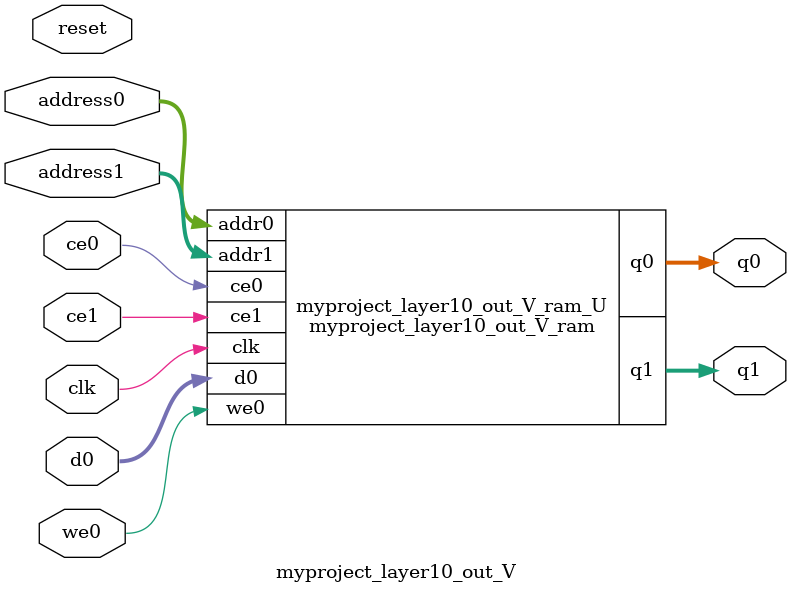
<source format=v>

`timescale 1 ns / 1 ps
module myproject_layer10_out_V_ram (addr0, ce0, d0, we0, q0, addr1, ce1, q1,  clk);

parameter DWIDTH = 16;
parameter AWIDTH = 3;
parameter MEM_SIZE = 6;

input[AWIDTH-1:0] addr0;
input ce0;
input[DWIDTH-1:0] d0;
input we0;
output reg[DWIDTH-1:0] q0;
input[AWIDTH-1:0] addr1;
input ce1;
output reg[DWIDTH-1:0] q1;
input clk;

(* ram_style = "distributed" *)reg [DWIDTH-1:0] ram[0:MEM_SIZE-1];




always @(posedge clk)  
begin 
    if (ce0) 
    begin
        if (we0) 
        begin 
            ram[addr0] <= d0; 
            q0 <= d0;
        end 
        else 
            q0 <= ram[addr0];
    end
end


always @(posedge clk)  
begin 
    if (ce1) 
    begin
            q1 <= ram[addr1];
    end
end


endmodule


`timescale 1 ns / 1 ps
module myproject_layer10_out_V(
    reset,
    clk,
    address0,
    ce0,
    we0,
    d0,
    q0,
    address1,
    ce1,
    q1);

parameter DataWidth = 32'd16;
parameter AddressRange = 32'd6;
parameter AddressWidth = 32'd3;
input reset;
input clk;
input[AddressWidth - 1:0] address0;
input ce0;
input we0;
input[DataWidth - 1:0] d0;
output[DataWidth - 1:0] q0;
input[AddressWidth - 1:0] address1;
input ce1;
output[DataWidth - 1:0] q1;



myproject_layer10_out_V_ram myproject_layer10_out_V_ram_U(
    .clk( clk ),
    .addr0( address0 ),
    .ce0( ce0 ),
    .we0( we0 ),
    .d0( d0 ),
    .q0( q0 ),
    .addr1( address1 ),
    .ce1( ce1 ),
    .q1( q1 ));

endmodule


</source>
